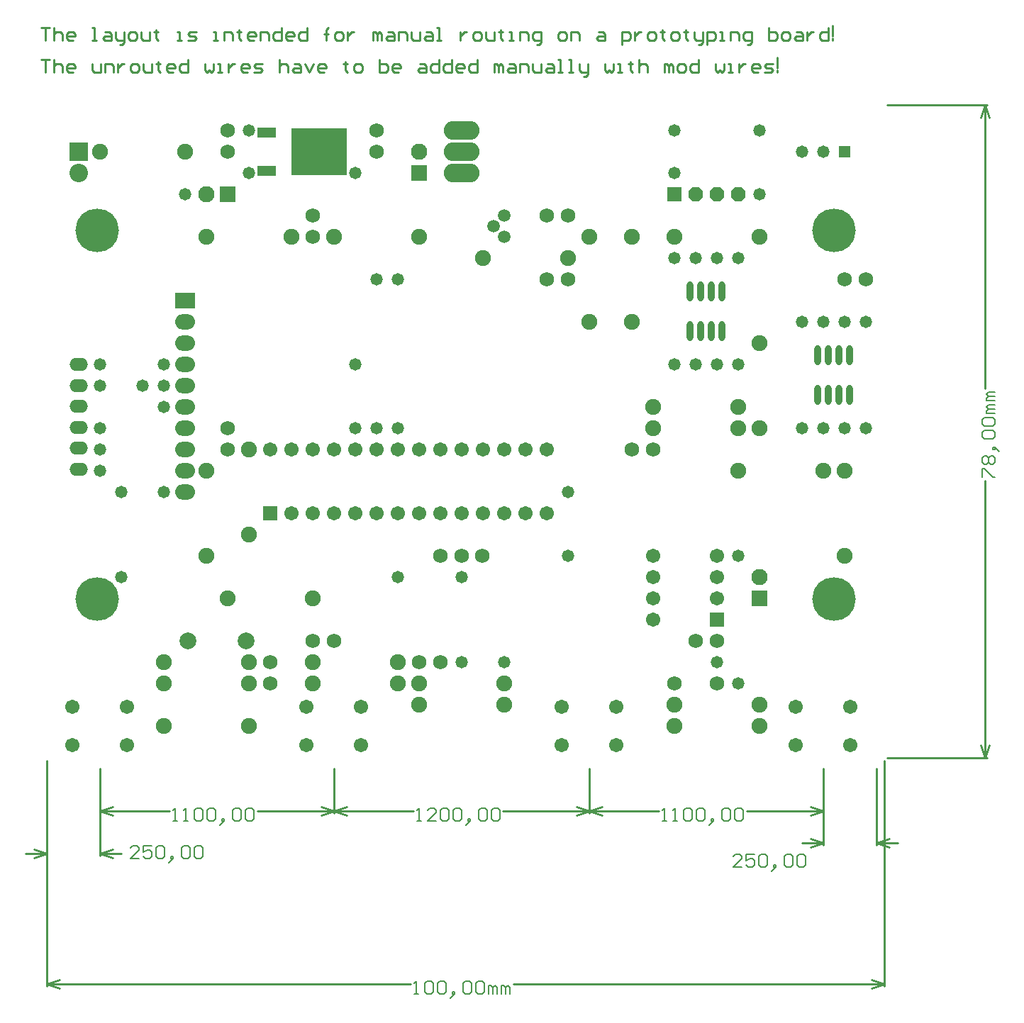
<source format=gts>
G04 Layer_Color=20142*
%FSLAX25Y25*%
%MOIN*%
G70*
G01*
G75*
%ADD14C,0.01000*%
%ADD15C,0.00600*%
%ADD46R,0.26391X0.22453*%
%ADD47R,0.09068X0.04540*%
%ADD48O,0.03162X0.09461*%
%ADD49R,0.08674X0.08674*%
%ADD50C,0.08674*%
%ADD51R,0.06706X0.06706*%
%ADD52C,0.06706*%
%ADD53C,0.07690*%
%ADD54R,0.07690X0.07690*%
%ADD55C,0.20485*%
%ADD56O,0.08674X0.06115*%
%ADD57O,0.09300X0.07300*%
%ADD58R,0.09300X0.07300*%
%ADD59C,0.06800*%
%ADD60C,0.07493*%
%ADD61C,0.07887*%
%ADD62R,0.06706X0.06706*%
%ADD63R,0.07690X0.07690*%
%ADD64O,0.16800X0.08800*%
%ADD65C,0.05918*%
%ADD66C,0.05800*%
%ADD67R,0.05800X0.05800*%
%ADD68R,0.06800X0.06800*%
%ADD69P,0.07360X8X22.5*%
D14*
X491201Y837199D02*
X495199Y837199D01*
X493200Y837199D01*
X493200Y831201D01*
X497199Y837199D02*
X497199Y831201D01*
X497199Y834200D01*
X498199Y835200D01*
X500198Y835200D01*
X501198Y834200D01*
X501198Y831201D01*
X506196Y831201D02*
X504197Y831201D01*
X503197Y832201D01*
X503197Y834200D01*
X504197Y835200D01*
X506196Y835200D01*
X507196Y834200D01*
X507196Y833200D01*
X503197Y833200D01*
X515193Y831201D02*
X517192Y831201D01*
X516193Y831201D01*
X516193Y837199D01*
X515193Y837199D01*
X521191Y835200D02*
X523190Y835200D01*
X524190Y834200D01*
X524190Y831201D01*
X521191Y831201D01*
X520191Y832201D01*
X521191Y833200D01*
X524190Y833200D01*
X526190Y835200D02*
X526190Y832201D01*
X527189Y831201D01*
X530188Y831201D01*
X530188Y830201D01*
X529188Y829201D01*
X528189Y829201D01*
X530188Y831201D02*
X530188Y835200D01*
X533187Y831201D02*
X535187Y831201D01*
X536186Y832201D01*
X536186Y834200D01*
X535187Y835200D01*
X533187Y835200D01*
X532188Y834200D01*
X532188Y832201D01*
X533187Y831201D01*
X538186Y835200D02*
X538186Y832201D01*
X539185Y831201D01*
X542184Y831201D01*
X542184Y835200D01*
X545183Y836199D02*
X545183Y835200D01*
X544184Y835200D01*
X546183Y835200D01*
X545183Y835200D01*
X545183Y832201D01*
X546183Y831201D01*
X555180Y831201D02*
X557179Y831201D01*
X556180Y831201D01*
X556180Y835200D01*
X555180Y835200D01*
X560179Y831201D02*
X563177Y831201D01*
X564177Y832201D01*
X563177Y833200D01*
X561178Y833200D01*
X560179Y834200D01*
X561178Y835200D01*
X564177Y835200D01*
X572175Y831201D02*
X574174Y831201D01*
X573174Y831201D01*
X573174Y835200D01*
X572175Y835200D01*
X577173Y831201D02*
X577173Y835200D01*
X580172Y835200D01*
X581172Y834200D01*
X581172Y831201D01*
X584171Y836199D02*
X584171Y835200D01*
X583171Y835200D01*
X585170Y835200D01*
X584171Y835200D01*
X584171Y832201D01*
X585170Y831201D01*
X591168Y831201D02*
X589169Y831201D01*
X588169Y832201D01*
X588169Y834200D01*
X589169Y835200D01*
X591168Y835200D01*
X592168Y834200D01*
X592168Y833200D01*
X588169Y833200D01*
X594168Y831201D02*
X594168Y835200D01*
X597166Y835200D01*
X598166Y834200D01*
X598166Y831201D01*
X604164Y837199D02*
X604164Y831201D01*
X601165Y831201D01*
X600166Y832201D01*
X600166Y834200D01*
X601165Y835200D01*
X604164Y835200D01*
X609163Y831201D02*
X607163Y831201D01*
X606164Y832201D01*
X606164Y834200D01*
X607163Y835200D01*
X609163Y835200D01*
X610162Y834200D01*
X610162Y833200D01*
X606164Y833200D01*
X616160Y837199D02*
X616160Y831201D01*
X613161Y831201D01*
X612162Y832201D01*
X612162Y834200D01*
X613161Y835200D01*
X616160Y835200D01*
X625157Y831201D02*
X625157Y836199D01*
X625157Y834200D01*
X624158Y834200D01*
X626157Y834200D01*
X625157Y834200D01*
X625157Y836199D01*
X626157Y837199D01*
X630156Y831201D02*
X632155Y831201D01*
X633155Y832201D01*
X633155Y834200D01*
X632155Y835200D01*
X630156Y835200D01*
X629156Y834200D01*
X629156Y832201D01*
X630156Y831201D01*
X635154Y835200D02*
X635154Y831201D01*
X635154Y833200D01*
X636154Y834200D01*
X637154Y835200D01*
X638153Y835200D01*
X647150Y831201D02*
X647150Y835200D01*
X648150Y835200D01*
X649150Y834200D01*
X649150Y831201D01*
X649150Y834200D01*
X650149Y835200D01*
X651149Y834200D01*
X651149Y831201D01*
X654148Y835200D02*
X656147Y835200D01*
X657147Y834200D01*
X657147Y831201D01*
X654148Y831201D01*
X653148Y832201D01*
X654148Y833200D01*
X657147Y833200D01*
X659146Y831201D02*
X659146Y835200D01*
X662146Y835200D01*
X663145Y834200D01*
X663145Y831201D01*
X665144Y835200D02*
X665144Y832201D01*
X666144Y831201D01*
X669143Y831201D01*
X669143Y835200D01*
X672142Y835200D02*
X674142Y835200D01*
X675141Y834200D01*
X675141Y831201D01*
X672142Y831201D01*
X671143Y832201D01*
X672142Y833200D01*
X675141Y833200D01*
X677141Y831201D02*
X679140Y831201D01*
X678140Y831201D01*
X678140Y837199D01*
X677141Y837199D01*
X688137Y835200D02*
X688137Y831201D01*
X688137Y833200D01*
X689137Y834200D01*
X690136Y835200D01*
X691136Y835200D01*
X695135Y831201D02*
X697134Y831201D01*
X698134Y832201D01*
X698134Y834200D01*
X697134Y835200D01*
X695135Y835200D01*
X694135Y834200D01*
X694135Y832201D01*
X695135Y831201D01*
X700133Y835200D02*
X700133Y832201D01*
X701133Y831201D01*
X704132Y831201D01*
X704132Y835200D01*
X707131Y836199D02*
X707131Y835200D01*
X706131Y835200D01*
X708131Y835200D01*
X707131Y835200D01*
X707131Y832201D01*
X708131Y831201D01*
X711130Y831201D02*
X713129Y831201D01*
X712129Y831201D01*
X712129Y835200D01*
X711130Y835200D01*
X716128Y831201D02*
X716128Y835200D01*
X719127Y835200D01*
X720127Y834200D01*
X720127Y831201D01*
X724125Y829201D02*
X725125Y829201D01*
X726125Y830201D01*
X726125Y835200D01*
X723126Y835200D01*
X722126Y834200D01*
X722126Y832201D01*
X723126Y831201D01*
X726125Y831201D01*
X735122Y831201D02*
X737121Y831201D01*
X738121Y832201D01*
X738121Y834200D01*
X737121Y835200D01*
X735122Y835200D01*
X734122Y834200D01*
X734122Y832201D01*
X735122Y831201D01*
X740120Y831201D02*
X740120Y835200D01*
X743119Y835200D01*
X744119Y834200D01*
X744119Y831201D01*
X753116Y835200D02*
X755115Y835200D01*
X756115Y834200D01*
X756115Y831201D01*
X753116Y831201D01*
X752116Y832201D01*
X753116Y833200D01*
X756115Y833200D01*
X764113Y829201D02*
X764113Y835200D01*
X767111Y835200D01*
X768111Y834200D01*
X768111Y832201D01*
X767111Y831201D01*
X764113Y831201D01*
X770111Y835200D02*
X770111Y831201D01*
X770111Y833200D01*
X771110Y834200D01*
X772110Y835200D01*
X773110Y835200D01*
X777108Y831201D02*
X779108Y831201D01*
X780107Y832201D01*
X780107Y834200D01*
X779108Y835200D01*
X777108Y835200D01*
X776109Y834200D01*
X776109Y832201D01*
X777108Y831201D01*
X783106Y836199D02*
X783106Y835200D01*
X782107Y835200D01*
X784106Y835200D01*
X783106Y835200D01*
X783106Y832201D01*
X784106Y831201D01*
X788105Y831201D02*
X790104Y831201D01*
X791104Y832201D01*
X791104Y834200D01*
X790104Y835200D01*
X788105Y835200D01*
X787105Y834200D01*
X787105Y832201D01*
X788105Y831201D01*
X794103Y836199D02*
X794103Y835200D01*
X793103Y835200D01*
X795103Y835200D01*
X794103Y835200D01*
X794103Y832201D01*
X795103Y831201D01*
X798102Y835200D02*
X798102Y832201D01*
X799101Y831201D01*
X802100Y831201D01*
X802100Y830201D01*
X801101Y829201D01*
X800101Y829201D01*
X802100Y831201D02*
X802100Y835200D01*
X804099Y829201D02*
X804099Y835200D01*
X807099Y835200D01*
X808098Y834200D01*
X808098Y832201D01*
X807099Y831201D01*
X804099Y831201D01*
X810098Y831201D02*
X812097Y831201D01*
X811097Y831201D01*
X811097Y835200D01*
X810098Y835200D01*
X815096Y831201D02*
X815096Y835200D01*
X818095Y835200D01*
X819095Y834200D01*
X819095Y831201D01*
X823093Y829201D02*
X824093Y829201D01*
X825093Y830201D01*
X825093Y835200D01*
X822094Y835200D01*
X821094Y834200D01*
X821094Y832201D01*
X822094Y831201D01*
X825093Y831201D01*
X833090Y837199D02*
X833090Y831201D01*
X836089Y831201D01*
X837089Y832201D01*
X837089Y833200D01*
X837089Y834200D01*
X836089Y835200D01*
X833090Y835200D01*
X840088Y831201D02*
X842087Y831201D01*
X843087Y832201D01*
X843087Y834200D01*
X842087Y835200D01*
X840088Y835200D01*
X839088Y834200D01*
X839088Y832201D01*
X840088Y831201D01*
X846086Y835200D02*
X848085Y835200D01*
X849085Y834200D01*
X849085Y831201D01*
X846086Y831201D01*
X845086Y832201D01*
X846086Y833200D01*
X849085Y833200D01*
X851084Y835200D02*
X851084Y831201D01*
X851084Y833200D01*
X852084Y834200D01*
X853084Y835200D01*
X854083Y835200D01*
X861081Y837199D02*
X861081Y831201D01*
X858082Y831201D01*
X857082Y832201D01*
X857082Y834200D01*
X858082Y835200D01*
X861081Y835200D01*
X863081Y833200D02*
X863081Y838198D01*
X863081Y832201D02*
X863081Y831201D01*
X491201Y822199D02*
X495199Y822199D01*
X493200Y822199D01*
X493200Y816201D01*
X497199Y822199D02*
X497199Y816201D01*
X497199Y819200D01*
X498199Y820199D01*
X500198Y820199D01*
X501198Y819200D01*
X501198Y816201D01*
X506196Y816201D02*
X504197Y816201D01*
X503197Y817200D01*
X503197Y819200D01*
X504197Y820199D01*
X506196Y820199D01*
X507196Y819200D01*
X507196Y818200D01*
X503197Y818200D01*
X515193Y820199D02*
X515193Y817200D01*
X516193Y816201D01*
X519192Y816201D01*
X519192Y820199D01*
X521191Y816201D02*
X521191Y820199D01*
X524190Y820199D01*
X525190Y819200D01*
X525190Y816201D01*
X527189Y820199D02*
X527189Y816201D01*
X527189Y818200D01*
X528189Y819200D01*
X529188Y820199D01*
X530188Y820199D01*
X534187Y816201D02*
X536186Y816201D01*
X537186Y817200D01*
X537186Y819200D01*
X536186Y820199D01*
X534187Y820199D01*
X533187Y819200D01*
X533187Y817200D01*
X534187Y816201D01*
X539185Y820199D02*
X539185Y817200D01*
X540185Y816201D01*
X543184Y816201D01*
X543184Y820199D01*
X546183Y821199D02*
X546183Y820199D01*
X545183Y820199D01*
X547183Y820199D01*
X546183Y820199D01*
X546183Y817200D01*
X547183Y816201D01*
X553181Y816201D02*
X551181Y816201D01*
X550182Y817200D01*
X550182Y819200D01*
X551181Y820199D01*
X553181Y820199D01*
X554180Y819200D01*
X554180Y818200D01*
X550182Y818200D01*
X560179Y822199D02*
X560179Y816201D01*
X557179Y816201D01*
X556180Y817200D01*
X556180Y819200D01*
X557179Y820199D01*
X560179Y820199D01*
X568176Y820199D02*
X568176Y817200D01*
X569176Y816201D01*
X570175Y817200D01*
X571175Y816201D01*
X572175Y817200D01*
X572175Y820199D01*
X574174Y816201D02*
X576173Y816201D01*
X575174Y816201D01*
X575174Y820199D01*
X574174Y820199D01*
X579172Y820199D02*
X579172Y816201D01*
X579172Y818200D01*
X580172Y819200D01*
X581172Y820199D01*
X582171Y820199D01*
X588169Y816201D02*
X586170Y816201D01*
X585170Y817200D01*
X585170Y819200D01*
X586170Y820199D01*
X588169Y820199D01*
X589169Y819200D01*
X589169Y818200D01*
X585170Y818200D01*
X591168Y816201D02*
X594168Y816201D01*
X595167Y817200D01*
X594168Y818200D01*
X592168Y818200D01*
X591168Y819200D01*
X592168Y820199D01*
X595167Y820199D01*
X603165Y822199D02*
X603165Y816201D01*
X603165Y819200D01*
X604164Y820199D01*
X606164Y820199D01*
X607163Y819200D01*
X607163Y816201D01*
X610162Y820199D02*
X612162Y820199D01*
X613161Y819200D01*
X613161Y816201D01*
X610162Y816201D01*
X609163Y817200D01*
X610162Y818200D01*
X613161Y818200D01*
X615161Y820199D02*
X617160Y816201D01*
X619159Y820199D01*
X624158Y816201D02*
X622158Y816201D01*
X621159Y817200D01*
X621159Y819200D01*
X622158Y820199D01*
X624158Y820199D01*
X625157Y819200D01*
X625157Y818200D01*
X621159Y818200D01*
X634155Y821199D02*
X634155Y820199D01*
X633155Y820199D01*
X635154Y820199D01*
X634155Y820199D01*
X634155Y817200D01*
X635154Y816201D01*
X639153Y816201D02*
X641152Y816201D01*
X642152Y817200D01*
X642152Y819200D01*
X641152Y820199D01*
X639153Y820199D01*
X638153Y819200D01*
X638153Y817200D01*
X639153Y816201D01*
X650149Y822199D02*
X650149Y816201D01*
X653148Y816201D01*
X654148Y817200D01*
X654148Y818200D01*
X654148Y819200D01*
X653148Y820199D01*
X650149Y820199D01*
X659146Y816201D02*
X657147Y816201D01*
X656147Y817200D01*
X656147Y819200D01*
X657147Y820199D01*
X659146Y820199D01*
X660146Y819200D01*
X660146Y818200D01*
X656147Y818200D01*
X669143Y820199D02*
X671143Y820199D01*
X672142Y819200D01*
X672142Y816201D01*
X669143Y816201D01*
X668144Y817200D01*
X669143Y818200D01*
X672142Y818200D01*
X678140Y822199D02*
X678140Y816201D01*
X675141Y816201D01*
X674142Y817200D01*
X674142Y819200D01*
X675141Y820199D01*
X678140Y820199D01*
X684138Y822199D02*
X684138Y816201D01*
X681139Y816201D01*
X680140Y817200D01*
X680140Y819200D01*
X681139Y820199D01*
X684138Y820199D01*
X689137Y816201D02*
X687137Y816201D01*
X686138Y817200D01*
X686138Y819200D01*
X687137Y820199D01*
X689137Y820199D01*
X690136Y819200D01*
X690136Y818200D01*
X686138Y818200D01*
X696135Y822199D02*
X696135Y816201D01*
X693135Y816201D01*
X692136Y817200D01*
X692136Y819200D01*
X693135Y820199D01*
X696135Y820199D01*
X704132Y816201D02*
X704132Y820199D01*
X705132Y820199D01*
X706131Y819200D01*
X706131Y816201D01*
X706131Y819200D01*
X707131Y820199D01*
X708131Y819200D01*
X708131Y816201D01*
X711130Y820199D02*
X713129Y820199D01*
X714129Y819200D01*
X714129Y816201D01*
X711130Y816201D01*
X710130Y817200D01*
X711130Y818200D01*
X714129Y818200D01*
X716128Y816201D02*
X716128Y820199D01*
X719127Y820199D01*
X720127Y819200D01*
X720127Y816201D01*
X722126Y820199D02*
X722126Y817200D01*
X723126Y816201D01*
X726125Y816201D01*
X726125Y820199D01*
X729124Y820199D02*
X731123Y820199D01*
X732123Y819200D01*
X732123Y816201D01*
X729124Y816201D01*
X728124Y817200D01*
X729124Y818200D01*
X732123Y818200D01*
X734122Y816201D02*
X736122Y816201D01*
X735122Y816201D01*
X735122Y822199D01*
X734122Y822199D01*
X739121Y816201D02*
X741120Y816201D01*
X740120Y816201D01*
X740120Y822199D01*
X739121Y822199D01*
X744119Y820199D02*
X744119Y817200D01*
X745119Y816201D01*
X748118Y816201D01*
X748118Y815201D01*
X747118Y814201D01*
X746118Y814201D01*
X748118Y816201D02*
X748118Y820199D01*
X756115Y820199D02*
X756115Y817200D01*
X757115Y816201D01*
X758114Y817200D01*
X759114Y816201D01*
X760114Y817200D01*
X760114Y820199D01*
X762113Y816201D02*
X764113Y816201D01*
X763113Y816201D01*
X763113Y820199D01*
X762113Y820199D01*
X768111Y821199D02*
X768111Y820199D01*
X767111Y820199D01*
X769111Y820199D01*
X768111Y820199D01*
X768111Y817200D01*
X769111Y816201D01*
X772110Y822199D02*
X772110Y816201D01*
X772110Y819200D01*
X773110Y820199D01*
X775109Y820199D01*
X776109Y819200D01*
X776109Y816201D01*
X784106Y816201D02*
X784106Y820199D01*
X785106Y820199D01*
X786105Y819200D01*
X786105Y816201D01*
X786105Y819200D01*
X787105Y820199D01*
X788105Y819200D01*
X788105Y816201D01*
X791104Y816201D02*
X793103Y816201D01*
X794103Y817200D01*
X794103Y819200D01*
X793103Y820199D01*
X791104Y820199D01*
X790104Y819200D01*
X790104Y817200D01*
X791104Y816201D01*
X800101Y822199D02*
X800101Y816201D01*
X797102Y816201D01*
X796102Y817200D01*
X796102Y819200D01*
X797102Y820199D01*
X800101Y820199D01*
X808098Y820199D02*
X808098Y817200D01*
X809098Y816201D01*
X810098Y817200D01*
X811097Y816201D01*
X812097Y817200D01*
X812097Y820199D01*
X814096Y816201D02*
X816096Y816201D01*
X815096Y816201D01*
X815096Y820199D01*
X814096Y820199D01*
X819095Y820199D02*
X819095Y816201D01*
X819095Y818200D01*
X820094Y819200D01*
X821094Y820199D01*
X822094Y820199D01*
X828092Y816201D02*
X826092Y816201D01*
X825093Y817200D01*
X825093Y819200D01*
X826092Y820199D01*
X828092Y820199D01*
X829091Y819200D01*
X829091Y818200D01*
X825093Y818200D01*
X831091Y816201D02*
X834090Y816201D01*
X835089Y817200D01*
X834090Y818200D01*
X832090Y818200D01*
X831091Y819200D01*
X832090Y820199D01*
X835089Y820199D01*
X837089Y818200D02*
X837089Y823199D01*
X837089Y817200D02*
X837089Y816201D01*
X628701Y467701D02*
X628701Y488701D01*
X518701Y467701D02*
X518701Y488701D01*
X592695Y468701D02*
X628701Y468701D01*
X518701Y468701D02*
X551507Y468701D01*
X622701Y470701D02*
X628701Y468701D01*
X622701Y466701D02*
X628701Y468701D01*
X518701Y468701D02*
X524701Y466701D01*
X518701Y468701D02*
X524701Y470701D01*
X748701Y467701D02*
X748701Y488701D01*
X628701Y467701D02*
X628701Y488701D01*
X708194Y468701D02*
X748701Y468701D01*
X628701Y468701D02*
X666007Y468701D01*
X742701Y470701D02*
X748701Y468701D01*
X742701Y466701D02*
X748701Y468701D01*
X628701Y468701D02*
X634701Y466701D01*
X628701Y468701D02*
X634701Y470701D01*
X858701Y467701D02*
X858701Y488701D01*
X748701Y467701D02*
X748701Y488701D01*
X822695Y468701D02*
X858701Y468701D01*
X748701Y468701D02*
X781507Y468701D01*
X852701Y470701D02*
X858701Y468701D01*
X852701Y466701D02*
X858701Y468701D01*
X748701Y468701D02*
X754701Y466701D01*
X748701Y468701D02*
X754701Y470701D01*
X518701Y447701D02*
X518701Y488701D01*
X493701Y447701D02*
X493701Y488701D01*
X483701Y448701D02*
X493701Y448701D01*
X518701Y448701D02*
X528701Y448701D01*
X487701Y450701D02*
X493701Y448701D01*
X487701Y446701D02*
X493701Y448701D01*
X518701Y448701D02*
X524701Y446701D01*
X518701Y448701D02*
X524701Y450701D01*
X858701Y452701D02*
X858701Y488701D01*
X883701Y452701D02*
X883701Y488701D01*
X883701Y453701D02*
X893701Y453701D01*
X848701Y453701D02*
X858701Y453701D01*
X883701Y453701D02*
X889701Y451701D01*
X883701Y453701D02*
X889701Y455701D01*
X852701Y455701D02*
X858701Y453701D01*
X852701Y451701D02*
X858701Y453701D01*
X887402Y386402D02*
X887402Y492307D01*
X493701Y386402D02*
X493701Y492307D01*
X713044Y387402D02*
X887402Y387402D01*
X493701Y387402D02*
X664858Y387402D01*
X881402Y389402D02*
X887402Y387402D01*
X881402Y385402D02*
X887402Y387402D01*
X493701Y387402D02*
X499701Y385402D01*
X493701Y387402D02*
X499701Y389402D01*
X888795Y800787D02*
X935646Y800787D01*
X888795Y493701D02*
X935646Y493701D01*
X934646Y667238D02*
X934646Y800787D01*
X934646Y493701D02*
X934646Y624051D01*
X932646Y794787D02*
X934646Y800787D01*
X936646Y794787D01*
X934646Y493701D02*
X936646Y499701D01*
X932646Y499701D02*
X934646Y493701D01*
D15*
X553107Y464102D02*
X555106Y464102D01*
X554107Y464102D01*
X554107Y470100D01*
X553107Y469101D01*
X558105Y464102D02*
X560105Y464102D01*
X559105Y464102D01*
X559105Y470100D01*
X558105Y469101D01*
X563104Y469101D02*
X564103Y470100D01*
X566103Y470100D01*
X567102Y469101D01*
X567102Y465102D01*
X566103Y464102D01*
X564103Y464102D01*
X563104Y465102D01*
X563104Y469101D01*
X569102Y469101D02*
X570101Y470100D01*
X572101Y470100D01*
X573101Y469101D01*
X573101Y465102D01*
X572101Y464102D01*
X570101Y464102D01*
X569102Y465102D01*
X569102Y469101D01*
X576099Y463102D02*
X577099Y464102D01*
X577099Y465102D01*
X576099Y465102D01*
X576099Y464102D01*
X577099Y464102D01*
X576099Y463102D01*
X575100Y462103D01*
X581098Y469101D02*
X582097Y470100D01*
X584097Y470100D01*
X585097Y469101D01*
X585097Y465102D01*
X584097Y464102D01*
X582097Y464102D01*
X581098Y465102D01*
X581098Y469101D01*
X587096Y469101D02*
X588096Y470100D01*
X590095Y470100D01*
X591095Y469101D01*
X591095Y465102D01*
X590095Y464102D01*
X588096Y464102D01*
X587096Y465102D01*
X587096Y469101D01*
X667607Y464102D02*
X669606Y464102D01*
X668607Y464102D01*
X668607Y470100D01*
X667607Y469101D01*
X676604Y464102D02*
X672606Y464102D01*
X676604Y468101D01*
X676604Y469101D01*
X675604Y470100D01*
X673605Y470100D01*
X672606Y469101D01*
X678604Y469101D02*
X679603Y470100D01*
X681603Y470100D01*
X682602Y469101D01*
X682602Y465102D01*
X681603Y464102D01*
X679603Y464102D01*
X678604Y465102D01*
X678604Y469101D01*
X684602Y469101D02*
X685601Y470100D01*
X687601Y470100D01*
X688600Y469101D01*
X688600Y465102D01*
X687601Y464102D01*
X685601Y464102D01*
X684602Y465102D01*
X684602Y469101D01*
X691599Y463102D02*
X692599Y464102D01*
X692599Y465102D01*
X691599Y465102D01*
X691599Y464102D01*
X692599Y464102D01*
X691599Y463102D01*
X690600Y462103D01*
X696598Y469101D02*
X697597Y470100D01*
X699597Y470100D01*
X700596Y469101D01*
X700596Y465102D01*
X699597Y464102D01*
X697597Y464102D01*
X696598Y465102D01*
X696598Y469101D01*
X702596Y469101D02*
X703595Y470100D01*
X705595Y470100D01*
X706595Y469101D01*
X706595Y465102D01*
X705595Y464102D01*
X703595Y464102D01*
X702596Y465102D01*
X702596Y469101D01*
X783107Y464102D02*
X785106Y464102D01*
X784107Y464102D01*
X784107Y470100D01*
X783107Y469101D01*
X788105Y464102D02*
X790105Y464102D01*
X789105Y464102D01*
X789105Y470100D01*
X788105Y469101D01*
X793104Y469101D02*
X794103Y470100D01*
X796103Y470100D01*
X797102Y469101D01*
X797102Y465102D01*
X796103Y464102D01*
X794103Y464102D01*
X793104Y465102D01*
X793104Y469101D01*
X799102Y469101D02*
X800101Y470100D01*
X802101Y470100D01*
X803100Y469101D01*
X803100Y465102D01*
X802101Y464102D01*
X800101Y464102D01*
X799102Y465102D01*
X799102Y469101D01*
X806100Y463102D02*
X807099Y464102D01*
X807099Y465102D01*
X806100Y465102D01*
X806100Y464102D01*
X807099Y464102D01*
X806100Y463102D01*
X805100Y462103D01*
X811098Y469101D02*
X812097Y470100D01*
X814097Y470100D01*
X815097Y469101D01*
X815097Y465102D01*
X814097Y464102D01*
X812097Y464102D01*
X811098Y465102D01*
X811098Y469101D01*
X817096Y469101D02*
X818096Y470100D01*
X820095Y470100D01*
X821095Y469101D01*
X821095Y465102D01*
X820095Y464102D01*
X818096Y464102D01*
X817096Y465102D01*
X817096Y469101D01*
X537070Y446457D02*
X533071Y446457D01*
X537070Y450455D01*
X537070Y451455D01*
X536070Y452455D01*
X534071Y452455D01*
X533071Y451455D01*
X543068Y452455D02*
X539069Y452455D01*
X539069Y449456D01*
X541068Y450455D01*
X542068Y450455D01*
X543068Y449456D01*
X543068Y447456D01*
X542068Y446457D01*
X540069Y446457D01*
X539069Y447456D01*
X545067Y451455D02*
X546067Y452455D01*
X548066Y452455D01*
X549066Y451455D01*
X549066Y447456D01*
X548066Y446457D01*
X546067Y446457D01*
X545067Y447456D01*
X545067Y451455D01*
X552065Y445457D02*
X553064Y446457D01*
X553064Y447456D01*
X552065Y447456D01*
X552065Y446457D01*
X553064Y446457D01*
X552065Y445457D01*
X551065Y444457D01*
X557063Y451455D02*
X558063Y452455D01*
X560062Y452455D01*
X561062Y451455D01*
X561062Y447456D01*
X560062Y446457D01*
X558063Y446457D01*
X557063Y447456D01*
X557063Y451455D01*
X563061Y451455D02*
X564061Y452455D01*
X566060Y452455D01*
X567060Y451455D01*
X567060Y447456D01*
X566060Y446457D01*
X564061Y446457D01*
X563061Y447456D01*
X563061Y451455D01*
X820534Y442520D02*
X816535Y442520D01*
X820534Y446518D01*
X820534Y447518D01*
X819534Y448518D01*
X817535Y448518D01*
X816535Y447518D01*
X826532Y448518D02*
X822534Y448518D01*
X822534Y445519D01*
X824533Y446518D01*
X825533Y446518D01*
X826532Y445519D01*
X826532Y443519D01*
X825533Y442520D01*
X823533Y442520D01*
X822534Y443519D01*
X828532Y447518D02*
X829531Y448518D01*
X831531Y448518D01*
X832530Y447518D01*
X832530Y443519D01*
X831531Y442520D01*
X829531Y442520D01*
X828532Y443519D01*
X828532Y447518D01*
X835529Y441520D02*
X836529Y442520D01*
X836529Y443519D01*
X835529Y443519D01*
X835529Y442520D01*
X836529Y442520D01*
X835529Y441520D01*
X834530Y440520D01*
X840528Y447518D02*
X841527Y448518D01*
X843527Y448518D01*
X844526Y447518D01*
X844526Y443519D01*
X843527Y442520D01*
X841527Y442520D01*
X840528Y443519D01*
X840528Y447518D01*
X846526Y447518D02*
X847525Y448518D01*
X849525Y448518D01*
X850525Y447518D01*
X850525Y443519D01*
X849525Y442520D01*
X847525Y442520D01*
X846526Y443519D01*
X846526Y447518D01*
X666459Y382803D02*
X668458Y382803D01*
X667458Y382803D01*
X667458Y388801D01*
X666459Y387801D01*
X671457Y387801D02*
X672457Y388801D01*
X674456Y388801D01*
X675456Y387801D01*
X675456Y383803D01*
X674456Y382803D01*
X672457Y382803D01*
X671457Y383803D01*
X671457Y387801D01*
X677455Y387801D02*
X678455Y388801D01*
X680454Y388801D01*
X681454Y387801D01*
X681454Y383803D01*
X680454Y382803D01*
X678455Y382803D01*
X677455Y383803D01*
X677455Y387801D01*
X684453Y381803D02*
X685452Y382803D01*
X685452Y383803D01*
X684453Y383803D01*
X684453Y382803D01*
X685452Y382803D01*
X684453Y381803D01*
X683453Y380803D01*
X689451Y387801D02*
X690451Y388801D01*
X692450Y388801D01*
X693450Y387801D01*
X693450Y383803D01*
X692450Y382803D01*
X690451Y382803D01*
X689451Y383803D01*
X689451Y387801D01*
X695449Y387801D02*
X696449Y388801D01*
X698448Y388801D01*
X699448Y387801D01*
X699448Y383803D01*
X698448Y382803D01*
X696449Y382803D01*
X695449Y383803D01*
X695449Y387801D01*
X701447Y382803D02*
X701447Y386802D01*
X702447Y386802D01*
X703446Y385802D01*
X703446Y382803D01*
X703446Y385802D01*
X704446Y386802D01*
X705446Y385802D01*
X705446Y382803D01*
X707445Y382803D02*
X707445Y386802D01*
X708445Y386802D01*
X709445Y385802D01*
X709445Y382803D01*
X709445Y385802D01*
X710444Y386802D01*
X711444Y385802D01*
X711444Y382803D01*
X933246Y625651D02*
X933246Y629649D01*
X934246Y629649D01*
X938245Y625651D01*
X939244Y625651D01*
X934246Y631649D02*
X933246Y632648D01*
X933246Y634648D01*
X934246Y635647D01*
X935246Y635647D01*
X936245Y634648D01*
X937245Y635647D01*
X938245Y635647D01*
X939244Y634648D01*
X939244Y632648D01*
X938245Y631649D01*
X937245Y631649D01*
X936245Y632648D01*
X935246Y631649D01*
X934246Y631649D01*
X936245Y632648D02*
X936245Y634648D01*
X940244Y638646D02*
X939244Y639646D01*
X938245Y639646D01*
X938245Y638646D01*
X939244Y638646D01*
X939244Y639646D01*
X940244Y638646D01*
X941244Y637647D01*
X934246Y643645D02*
X933246Y644644D01*
X933246Y646644D01*
X934246Y647644D01*
X938245Y647644D01*
X939244Y646644D01*
X939244Y644644D01*
X938245Y643645D01*
X934246Y643645D01*
X934246Y649643D02*
X933246Y650642D01*
X933246Y652642D01*
X934246Y653642D01*
X938245Y653642D01*
X939244Y652642D01*
X939244Y650642D01*
X938245Y649643D01*
X934246Y649643D01*
X939244Y655641D02*
X935246Y655641D01*
X935246Y656640D01*
X936245Y657640D01*
X939244Y657640D01*
X936245Y657640D01*
X935246Y658640D01*
X936245Y659640D01*
X939244Y659640D01*
X939244Y661639D02*
X935246Y661639D01*
X935246Y662639D01*
X936245Y663638D01*
X939244Y663638D01*
X936245Y663638D01*
X935246Y664638D01*
X936245Y665638D01*
X939244Y665638D01*
D46*
X621772Y778701D02*
D03*
D47*
X596969Y769724D02*
D03*
X596969Y787677D02*
D03*
D48*
X796201Y694252D02*
D03*
X801201Y694252D02*
D03*
X806201Y694252D02*
D03*
X811201Y694252D02*
D03*
X796201Y713150D02*
D03*
X801201Y713150D02*
D03*
X806201Y713150D02*
D03*
X811201Y713150D02*
D03*
X856201Y664252D02*
D03*
X861201Y664252D02*
D03*
X866201Y664252D02*
D03*
X871201Y664252D02*
D03*
X856201Y683150D02*
D03*
X861201Y683150D02*
D03*
X866201Y683150D02*
D03*
X871201Y683150D02*
D03*
D49*
X508701Y778701D02*
D03*
D50*
X508701Y768701D02*
D03*
D51*
X808701Y558701D02*
D03*
D52*
X808701Y568701D02*
D03*
X808701Y578701D02*
D03*
X808701Y588701D02*
D03*
X778701Y558701D02*
D03*
X778701Y568701D02*
D03*
X778701Y578701D02*
D03*
X778701Y588701D02*
D03*
X531496Y499843D02*
D03*
X531496Y517559D02*
D03*
X505905Y499843D02*
D03*
X505905Y517559D02*
D03*
X615906Y517559D02*
D03*
X615906Y499843D02*
D03*
X641496Y517559D02*
D03*
X641496Y499843D02*
D03*
X608701Y608701D02*
D03*
X618701Y608701D02*
D03*
X628701Y608701D02*
D03*
X638701Y608701D02*
D03*
X648701Y608701D02*
D03*
X658701Y608701D02*
D03*
X668701Y608701D02*
D03*
X678701Y608701D02*
D03*
X688701Y608701D02*
D03*
X698701Y608701D02*
D03*
X708701Y608701D02*
D03*
X718701Y608701D02*
D03*
X728701Y608701D02*
D03*
X598701Y638701D02*
D03*
X608701Y638701D02*
D03*
X618701Y638701D02*
D03*
X628701Y638701D02*
D03*
X638701Y638701D02*
D03*
X648701Y638701D02*
D03*
X658701Y638701D02*
D03*
X668701Y638701D02*
D03*
X678701Y638701D02*
D03*
X688701Y638701D02*
D03*
X698701Y638701D02*
D03*
X708701Y638701D02*
D03*
X718701Y638701D02*
D03*
X728701Y638701D02*
D03*
X845905Y517559D02*
D03*
X845905Y499843D02*
D03*
X871496Y517559D02*
D03*
X871496Y499843D02*
D03*
X735906Y517559D02*
D03*
X735906Y499843D02*
D03*
X761496Y517559D02*
D03*
X761496Y499843D02*
D03*
D53*
X668701Y778622D02*
D03*
X568780Y758701D02*
D03*
X828701Y578622D02*
D03*
D54*
X668701Y768780D02*
D03*
X828701Y568780D02*
D03*
D55*
X517323Y568504D02*
D03*
X517323Y741732D02*
D03*
X863780Y568504D02*
D03*
X863780Y741732D02*
D03*
D56*
X508701Y678701D02*
D03*
X508701Y668858D02*
D03*
X508701Y659016D02*
D03*
X508701Y649173D02*
D03*
X508701Y639331D02*
D03*
X508701Y629488D02*
D03*
D57*
X558701Y618701D02*
D03*
X558701Y628701D02*
D03*
X558701Y638701D02*
D03*
X558701Y648701D02*
D03*
X558701Y658701D02*
D03*
X558701Y668701D02*
D03*
X558701Y678701D02*
D03*
X558701Y688701D02*
D03*
X558701Y698701D02*
D03*
D58*
X558701Y708701D02*
D03*
D59*
X688701Y588701D02*
D03*
X678858Y588701D02*
D03*
X698543Y588701D02*
D03*
X598701Y528701D02*
D03*
X598701Y538701D02*
D03*
X628701Y548701D02*
D03*
X618701Y548701D02*
D03*
X578701Y638701D02*
D03*
X578701Y648701D02*
D03*
X618701Y738701D02*
D03*
X618701Y748701D02*
D03*
X578701Y788701D02*
D03*
X578701Y778701D02*
D03*
X648701Y788701D02*
D03*
X648701Y778701D02*
D03*
X738701Y718701D02*
D03*
X728701Y718701D02*
D03*
X738701Y748701D02*
D03*
X728701Y748701D02*
D03*
X868701Y718701D02*
D03*
X878701Y718701D02*
D03*
X768701Y638701D02*
D03*
X778701Y638701D02*
D03*
X808701Y548701D02*
D03*
X798701Y548701D02*
D03*
X788701Y528701D02*
D03*
X808701Y528701D02*
D03*
X668701Y538701D02*
D03*
X678701Y538701D02*
D03*
D60*
X588701Y508701D02*
D03*
X548701Y508701D02*
D03*
X548701Y528701D02*
D03*
X588701Y528701D02*
D03*
X588701Y538701D02*
D03*
X548701Y538701D02*
D03*
X578701Y568701D02*
D03*
X618701Y568701D02*
D03*
X658701Y528701D02*
D03*
X618701Y528701D02*
D03*
X618701Y538701D02*
D03*
X658701Y538701D02*
D03*
X668701Y518701D02*
D03*
X708701Y518701D02*
D03*
X708701Y528701D02*
D03*
X668701Y528701D02*
D03*
X588701Y598701D02*
D03*
X588701Y638701D02*
D03*
X568701Y628701D02*
D03*
X568701Y588701D02*
D03*
X668701Y738701D02*
D03*
X628701Y738701D02*
D03*
X608701Y738701D02*
D03*
X568701Y738701D02*
D03*
X558701Y778701D02*
D03*
X518701Y778701D02*
D03*
X738701Y728701D02*
D03*
X698701Y728701D02*
D03*
X748701Y698701D02*
D03*
X748701Y738701D02*
D03*
X768701Y738701D02*
D03*
X768701Y698701D02*
D03*
X788701Y738701D02*
D03*
X828701Y738701D02*
D03*
X828701Y688701D02*
D03*
X828701Y648701D02*
D03*
X818701Y648701D02*
D03*
X778701Y648701D02*
D03*
X778701Y658701D02*
D03*
X818701Y658701D02*
D03*
X818701Y628701D02*
D03*
X858701Y628701D02*
D03*
X868701Y628701D02*
D03*
X868701Y588701D02*
D03*
X788701Y508701D02*
D03*
X828701Y508701D02*
D03*
X828701Y518701D02*
D03*
X788701Y518701D02*
D03*
D61*
X587480Y548700D02*
D03*
X559921Y548700D02*
D03*
D62*
X598701Y608701D02*
D03*
D63*
X578622Y758701D02*
D03*
D64*
X688701Y788701D02*
D03*
X688701Y778701D02*
D03*
X688701Y768701D02*
D03*
D65*
X708701Y738701D02*
D03*
X703701Y743701D02*
D03*
X708701Y748701D02*
D03*
D66*
X848701Y778701D02*
D03*
X858701Y778701D02*
D03*
X638701Y648701D02*
D03*
X638701Y678701D02*
D03*
X848701Y648701D02*
D03*
X858701Y648701D02*
D03*
X868701Y648701D02*
D03*
X878701Y648701D02*
D03*
X848701Y698701D02*
D03*
X858701Y698701D02*
D03*
X868701Y698701D02*
D03*
X878701Y698701D02*
D03*
X818701Y728701D02*
D03*
X808701Y728701D02*
D03*
X798701Y728701D02*
D03*
X788701Y728701D02*
D03*
X818701Y678701D02*
D03*
X808701Y678701D02*
D03*
X798701Y678701D02*
D03*
X788701Y678701D02*
D03*
X588701Y788701D02*
D03*
X588701Y768701D02*
D03*
X638701Y768701D02*
D03*
X788701Y768701D02*
D03*
X788701Y788701D02*
D03*
X828701Y758701D02*
D03*
X828701Y788701D02*
D03*
X738701Y618701D02*
D03*
X738701Y588701D02*
D03*
X648701Y648701D02*
D03*
X648701Y718701D02*
D03*
X518701Y648701D02*
D03*
X518701Y678701D02*
D03*
X708701Y538701D02*
D03*
X808701Y538701D02*
D03*
X688701Y538701D02*
D03*
X688701Y578701D02*
D03*
X818701Y528701D02*
D03*
X818701Y588701D02*
D03*
X518701Y668701D02*
D03*
X518701Y638701D02*
D03*
X548701Y678701D02*
D03*
X518701Y628701D02*
D03*
X548701Y668701D02*
D03*
X658701Y578701D02*
D03*
X528701Y578701D02*
D03*
X658701Y648701D02*
D03*
X658701Y718701D02*
D03*
X558701Y758701D02*
D03*
X548701Y658701D02*
D03*
X548701Y618701D02*
D03*
X528701Y618701D02*
D03*
X538701Y668701D02*
D03*
D67*
X868701Y778701D02*
D03*
D68*
X788701Y758701D02*
D03*
D69*
X798701Y758701D02*
D03*
X808701Y758701D02*
D03*
X818701Y758701D02*
D03*
M02*

</source>
